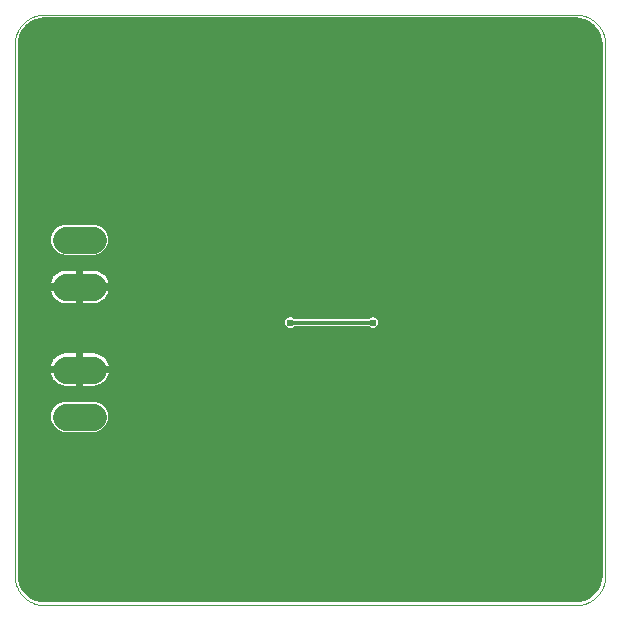
<source format=gbl>
G75*
%MOIN*%
%OFA0B0*%
%FSLAX25Y25*%
%IPPOS*%
%LPD*%
%AMOC8*
5,1,8,0,0,1.08239X$1,22.5*
%
%ADD10C,0.00000*%
%ADD11C,0.08858*%
%ADD12C,0.01200*%
%ADD13C,0.02400*%
D10*
X0015380Y0032555D02*
X0192545Y0032555D01*
X0192783Y0032558D01*
X0193021Y0032566D01*
X0193258Y0032581D01*
X0193495Y0032601D01*
X0193731Y0032627D01*
X0193967Y0032658D01*
X0194202Y0032695D01*
X0194436Y0032738D01*
X0194669Y0032787D01*
X0194901Y0032841D01*
X0195131Y0032901D01*
X0195360Y0032966D01*
X0195587Y0033037D01*
X0195812Y0033113D01*
X0196035Y0033195D01*
X0196257Y0033282D01*
X0196476Y0033374D01*
X0196693Y0033472D01*
X0196907Y0033574D01*
X0197119Y0033682D01*
X0197329Y0033796D01*
X0197535Y0033914D01*
X0197739Y0034037D01*
X0197939Y0034165D01*
X0198136Y0034297D01*
X0198331Y0034435D01*
X0198521Y0034577D01*
X0198709Y0034724D01*
X0198892Y0034875D01*
X0199072Y0035030D01*
X0199248Y0035190D01*
X0199420Y0035354D01*
X0199589Y0035523D01*
X0199753Y0035695D01*
X0199913Y0035871D01*
X0200068Y0036051D01*
X0200219Y0036234D01*
X0200366Y0036422D01*
X0200508Y0036612D01*
X0200646Y0036807D01*
X0200778Y0037004D01*
X0200906Y0037204D01*
X0201029Y0037408D01*
X0201147Y0037614D01*
X0201261Y0037824D01*
X0201369Y0038036D01*
X0201471Y0038250D01*
X0201569Y0038467D01*
X0201661Y0038686D01*
X0201748Y0038908D01*
X0201830Y0039131D01*
X0201906Y0039356D01*
X0201977Y0039583D01*
X0202042Y0039812D01*
X0202102Y0040042D01*
X0202156Y0040274D01*
X0202205Y0040507D01*
X0202248Y0040741D01*
X0202285Y0040976D01*
X0202316Y0041212D01*
X0202342Y0041448D01*
X0202362Y0041685D01*
X0202377Y0041922D01*
X0202385Y0042160D01*
X0202388Y0042398D01*
X0202387Y0042398D02*
X0202387Y0219563D01*
X0202388Y0219563D02*
X0202385Y0219801D01*
X0202377Y0220039D01*
X0202362Y0220276D01*
X0202342Y0220513D01*
X0202316Y0220749D01*
X0202285Y0220985D01*
X0202248Y0221220D01*
X0202205Y0221454D01*
X0202156Y0221687D01*
X0202102Y0221919D01*
X0202042Y0222149D01*
X0201977Y0222378D01*
X0201906Y0222605D01*
X0201830Y0222830D01*
X0201748Y0223053D01*
X0201661Y0223275D01*
X0201569Y0223494D01*
X0201471Y0223711D01*
X0201369Y0223925D01*
X0201261Y0224137D01*
X0201147Y0224347D01*
X0201029Y0224553D01*
X0200906Y0224757D01*
X0200778Y0224957D01*
X0200646Y0225154D01*
X0200508Y0225349D01*
X0200366Y0225539D01*
X0200219Y0225727D01*
X0200068Y0225910D01*
X0199913Y0226090D01*
X0199753Y0226266D01*
X0199589Y0226438D01*
X0199420Y0226607D01*
X0199248Y0226771D01*
X0199072Y0226931D01*
X0198892Y0227086D01*
X0198709Y0227237D01*
X0198521Y0227384D01*
X0198331Y0227526D01*
X0198136Y0227664D01*
X0197939Y0227796D01*
X0197739Y0227924D01*
X0197535Y0228047D01*
X0197329Y0228165D01*
X0197119Y0228279D01*
X0196907Y0228387D01*
X0196693Y0228489D01*
X0196476Y0228587D01*
X0196257Y0228679D01*
X0196035Y0228766D01*
X0195812Y0228848D01*
X0195587Y0228924D01*
X0195360Y0228995D01*
X0195131Y0229060D01*
X0194901Y0229120D01*
X0194669Y0229174D01*
X0194436Y0229223D01*
X0194202Y0229266D01*
X0193967Y0229303D01*
X0193731Y0229334D01*
X0193495Y0229360D01*
X0193258Y0229380D01*
X0193021Y0229395D01*
X0192783Y0229403D01*
X0192545Y0229406D01*
X0015380Y0229406D01*
X0015142Y0229403D01*
X0014904Y0229395D01*
X0014667Y0229380D01*
X0014430Y0229360D01*
X0014194Y0229334D01*
X0013958Y0229303D01*
X0013723Y0229266D01*
X0013489Y0229223D01*
X0013256Y0229174D01*
X0013024Y0229120D01*
X0012794Y0229060D01*
X0012565Y0228995D01*
X0012338Y0228924D01*
X0012113Y0228848D01*
X0011890Y0228766D01*
X0011668Y0228679D01*
X0011449Y0228587D01*
X0011232Y0228489D01*
X0011018Y0228387D01*
X0010806Y0228279D01*
X0010596Y0228165D01*
X0010390Y0228047D01*
X0010186Y0227924D01*
X0009986Y0227796D01*
X0009789Y0227664D01*
X0009594Y0227526D01*
X0009404Y0227384D01*
X0009216Y0227237D01*
X0009033Y0227086D01*
X0008853Y0226931D01*
X0008677Y0226771D01*
X0008505Y0226607D01*
X0008336Y0226438D01*
X0008172Y0226266D01*
X0008012Y0226090D01*
X0007857Y0225910D01*
X0007706Y0225727D01*
X0007559Y0225539D01*
X0007417Y0225349D01*
X0007279Y0225154D01*
X0007147Y0224957D01*
X0007019Y0224757D01*
X0006896Y0224553D01*
X0006778Y0224347D01*
X0006664Y0224137D01*
X0006556Y0223925D01*
X0006454Y0223711D01*
X0006356Y0223494D01*
X0006264Y0223275D01*
X0006177Y0223053D01*
X0006095Y0222830D01*
X0006019Y0222605D01*
X0005948Y0222378D01*
X0005883Y0222149D01*
X0005823Y0221919D01*
X0005769Y0221687D01*
X0005720Y0221454D01*
X0005677Y0221220D01*
X0005640Y0220985D01*
X0005609Y0220749D01*
X0005583Y0220513D01*
X0005563Y0220276D01*
X0005548Y0220039D01*
X0005540Y0219801D01*
X0005537Y0219563D01*
X0005537Y0042398D01*
X0005540Y0042160D01*
X0005548Y0041922D01*
X0005563Y0041685D01*
X0005583Y0041448D01*
X0005609Y0041212D01*
X0005640Y0040976D01*
X0005677Y0040741D01*
X0005720Y0040507D01*
X0005769Y0040274D01*
X0005823Y0040042D01*
X0005883Y0039812D01*
X0005948Y0039583D01*
X0006019Y0039356D01*
X0006095Y0039131D01*
X0006177Y0038908D01*
X0006264Y0038686D01*
X0006356Y0038467D01*
X0006454Y0038250D01*
X0006556Y0038036D01*
X0006664Y0037824D01*
X0006778Y0037614D01*
X0006896Y0037408D01*
X0007019Y0037204D01*
X0007147Y0037004D01*
X0007279Y0036807D01*
X0007417Y0036612D01*
X0007559Y0036422D01*
X0007706Y0036234D01*
X0007857Y0036051D01*
X0008012Y0035871D01*
X0008172Y0035695D01*
X0008336Y0035523D01*
X0008505Y0035354D01*
X0008677Y0035190D01*
X0008853Y0035030D01*
X0009033Y0034875D01*
X0009216Y0034724D01*
X0009404Y0034577D01*
X0009594Y0034435D01*
X0009789Y0034297D01*
X0009986Y0034165D01*
X0010186Y0034037D01*
X0010390Y0033914D01*
X0010596Y0033796D01*
X0010806Y0033682D01*
X0011018Y0033574D01*
X0011232Y0033472D01*
X0011449Y0033374D01*
X0011668Y0033282D01*
X0011890Y0033195D01*
X0012113Y0033113D01*
X0012338Y0033037D01*
X0012565Y0032966D01*
X0012794Y0032901D01*
X0013024Y0032841D01*
X0013256Y0032787D01*
X0013489Y0032738D01*
X0013723Y0032695D01*
X0013958Y0032658D01*
X0014194Y0032627D01*
X0014430Y0032601D01*
X0014667Y0032581D01*
X0014904Y0032566D01*
X0015142Y0032558D01*
X0015380Y0032555D01*
D11*
X0022708Y0095366D02*
X0031566Y0095366D01*
X0031566Y0111114D02*
X0022708Y0111114D01*
X0022708Y0138640D02*
X0031566Y0138640D01*
X0031566Y0154388D02*
X0022708Y0154388D01*
D12*
X0020574Y0159597D02*
X0007137Y0159597D01*
X0007137Y0158399D02*
X0018758Y0158399D01*
X0019519Y0159160D02*
X0017936Y0157577D01*
X0017079Y0155508D01*
X0017079Y0153268D01*
X0017936Y0151200D01*
X0019519Y0149616D01*
X0021588Y0148759D01*
X0032686Y0148759D01*
X0034755Y0149616D01*
X0036338Y0151200D01*
X0037195Y0153268D01*
X0037195Y0155508D01*
X0036338Y0157577D01*
X0034755Y0159160D01*
X0032686Y0160017D01*
X0021588Y0160017D01*
X0019519Y0159160D01*
X0017780Y0157200D02*
X0007137Y0157200D01*
X0007137Y0156002D02*
X0017283Y0156002D01*
X0017079Y0154803D02*
X0007137Y0154803D01*
X0007137Y0153605D02*
X0017079Y0153605D01*
X0017436Y0152406D02*
X0007137Y0152406D01*
X0007137Y0151208D02*
X0017932Y0151208D01*
X0019126Y0150009D02*
X0007137Y0150009D01*
X0007137Y0148811D02*
X0021463Y0148811D01*
X0022233Y0144669D02*
X0021296Y0144521D01*
X0020393Y0144228D01*
X0019548Y0143797D01*
X0018780Y0143239D01*
X0018109Y0142568D01*
X0017551Y0141800D01*
X0017120Y0140955D01*
X0016827Y0140052D01*
X0016699Y0139240D01*
X0026537Y0139240D01*
X0026537Y0138040D01*
X0027737Y0138040D01*
X0027737Y0132611D01*
X0032041Y0132611D01*
X0032978Y0132759D01*
X0033881Y0133053D01*
X0034726Y0133484D01*
X0035494Y0134041D01*
X0036165Y0134712D01*
X0036723Y0135480D01*
X0037154Y0136326D01*
X0037447Y0137228D01*
X0037575Y0138040D01*
X0027737Y0138040D01*
X0027737Y0139240D01*
X0037575Y0139240D01*
X0037447Y0140052D01*
X0037154Y0140955D01*
X0036723Y0141800D01*
X0036165Y0142568D01*
X0035494Y0143239D01*
X0034726Y0143797D01*
X0033881Y0144228D01*
X0032978Y0144521D01*
X0032041Y0144669D01*
X0027737Y0144669D01*
X0027737Y0139240D01*
X0026537Y0139240D01*
X0026537Y0144669D01*
X0022233Y0144669D01*
X0019980Y0144017D02*
X0007137Y0144017D01*
X0007137Y0145215D02*
X0200787Y0145215D01*
X0200787Y0144017D02*
X0034294Y0144017D01*
X0035915Y0142818D02*
X0200787Y0142818D01*
X0200787Y0141620D02*
X0036815Y0141620D01*
X0037327Y0140421D02*
X0200787Y0140421D01*
X0200787Y0139223D02*
X0027737Y0139223D01*
X0027737Y0140421D02*
X0026537Y0140421D01*
X0026537Y0139223D02*
X0007137Y0139223D01*
X0007137Y0140421D02*
X0016947Y0140421D01*
X0017459Y0141620D02*
X0007137Y0141620D01*
X0007137Y0142818D02*
X0018359Y0142818D01*
X0016699Y0138040D02*
X0016827Y0137228D01*
X0017120Y0136326D01*
X0017551Y0135480D01*
X0018109Y0134712D01*
X0018780Y0134041D01*
X0019548Y0133484D01*
X0020393Y0133053D01*
X0021296Y0132759D01*
X0022233Y0132611D01*
X0026537Y0132611D01*
X0026537Y0138040D01*
X0016699Y0138040D01*
X0016701Y0138024D02*
X0007137Y0138024D01*
X0007137Y0136826D02*
X0016958Y0136826D01*
X0017476Y0135627D02*
X0007137Y0135627D01*
X0007137Y0134429D02*
X0018393Y0134429D01*
X0020045Y0133230D02*
X0007137Y0133230D01*
X0007137Y0132032D02*
X0200787Y0132032D01*
X0200787Y0133230D02*
X0034229Y0133230D01*
X0035881Y0134429D02*
X0200787Y0134429D01*
X0200787Y0135627D02*
X0036798Y0135627D01*
X0037316Y0136826D02*
X0200787Y0136826D01*
X0200787Y0138024D02*
X0037573Y0138024D01*
X0027737Y0138024D02*
X0026537Y0138024D01*
X0026537Y0136826D02*
X0027737Y0136826D01*
X0027737Y0135627D02*
X0026537Y0135627D01*
X0026537Y0134429D02*
X0027737Y0134429D01*
X0027737Y0133230D02*
X0026537Y0133230D01*
X0026537Y0141620D02*
X0027737Y0141620D01*
X0027737Y0142818D02*
X0026537Y0142818D01*
X0026537Y0144017D02*
X0027737Y0144017D01*
X0032811Y0148811D02*
X0200787Y0148811D01*
X0200787Y0150009D02*
X0035148Y0150009D01*
X0036342Y0151208D02*
X0200787Y0151208D01*
X0200787Y0152406D02*
X0036838Y0152406D01*
X0037195Y0153605D02*
X0200787Y0153605D01*
X0200787Y0154803D02*
X0037195Y0154803D01*
X0036991Y0156002D02*
X0200787Y0156002D01*
X0200787Y0157200D02*
X0036494Y0157200D01*
X0035516Y0158399D02*
X0200787Y0158399D01*
X0200787Y0159597D02*
X0033700Y0159597D01*
X0007137Y0160796D02*
X0200787Y0160796D01*
X0200787Y0161994D02*
X0007137Y0161994D01*
X0007137Y0163193D02*
X0200787Y0163193D01*
X0200787Y0164391D02*
X0007137Y0164391D01*
X0007137Y0165590D02*
X0200787Y0165590D01*
X0200787Y0166788D02*
X0007137Y0166788D01*
X0007137Y0167987D02*
X0200787Y0167987D01*
X0200787Y0169185D02*
X0007137Y0169185D01*
X0007137Y0170384D02*
X0200787Y0170384D01*
X0200787Y0171582D02*
X0007137Y0171582D01*
X0007137Y0172781D02*
X0200787Y0172781D01*
X0200787Y0173979D02*
X0007137Y0173979D01*
X0007137Y0175178D02*
X0200787Y0175178D01*
X0200787Y0176376D02*
X0007137Y0176376D01*
X0007137Y0177575D02*
X0200787Y0177575D01*
X0200787Y0178773D02*
X0007137Y0178773D01*
X0007137Y0179972D02*
X0200787Y0179972D01*
X0200787Y0181171D02*
X0007137Y0181171D01*
X0007137Y0182369D02*
X0200787Y0182369D01*
X0200787Y0183568D02*
X0007137Y0183568D01*
X0007137Y0184766D02*
X0200787Y0184766D01*
X0200787Y0185965D02*
X0007137Y0185965D01*
X0007137Y0187163D02*
X0200787Y0187163D01*
X0200787Y0188362D02*
X0007137Y0188362D01*
X0007137Y0189560D02*
X0200787Y0189560D01*
X0200787Y0190759D02*
X0007137Y0190759D01*
X0007137Y0191957D02*
X0200787Y0191957D01*
X0200787Y0193156D02*
X0007137Y0193156D01*
X0007137Y0194354D02*
X0200787Y0194354D01*
X0200787Y0195553D02*
X0007137Y0195553D01*
X0007137Y0196751D02*
X0200787Y0196751D01*
X0200787Y0197950D02*
X0007137Y0197950D01*
X0007137Y0199148D02*
X0200787Y0199148D01*
X0200787Y0200347D02*
X0007137Y0200347D01*
X0007137Y0201545D02*
X0200787Y0201545D01*
X0200787Y0202744D02*
X0007137Y0202744D01*
X0007137Y0203942D02*
X0200787Y0203942D01*
X0200787Y0205141D02*
X0007137Y0205141D01*
X0007137Y0206339D02*
X0200787Y0206339D01*
X0200787Y0207538D02*
X0007137Y0207538D01*
X0007137Y0208736D02*
X0200787Y0208736D01*
X0200787Y0209935D02*
X0007137Y0209935D01*
X0007137Y0211133D02*
X0200787Y0211133D01*
X0200787Y0212332D02*
X0007137Y0212332D01*
X0007137Y0213530D02*
X0200787Y0213530D01*
X0200787Y0214729D02*
X0007137Y0214729D01*
X0007137Y0215927D02*
X0200787Y0215927D01*
X0200787Y0217126D02*
X0007137Y0217126D01*
X0007137Y0218324D02*
X0200787Y0218324D01*
X0200787Y0219523D02*
X0007137Y0219523D01*
X0007137Y0219563D02*
X0007238Y0220852D01*
X0008035Y0223305D01*
X0009551Y0225391D01*
X0011637Y0226907D01*
X0014090Y0227704D01*
X0015380Y0227806D01*
X0192545Y0227806D01*
X0193834Y0227704D01*
X0196287Y0226907D01*
X0198373Y0225391D01*
X0199889Y0223305D01*
X0200686Y0220852D01*
X0200787Y0219563D01*
X0200787Y0042398D01*
X0200686Y0041108D01*
X0199889Y0038656D01*
X0198373Y0036569D01*
X0196287Y0035053D01*
X0193834Y0034257D01*
X0192545Y0034155D01*
X0015380Y0034155D01*
X0014090Y0034257D01*
X0011637Y0035053D01*
X0009551Y0036569D01*
X0008035Y0038656D01*
X0007238Y0041108D01*
X0007137Y0042398D01*
X0007137Y0219563D01*
X0007228Y0220721D02*
X0200696Y0220721D01*
X0200339Y0221920D02*
X0007585Y0221920D01*
X0007975Y0223118D02*
X0199950Y0223118D01*
X0199154Y0224317D02*
X0008771Y0224317D01*
X0009722Y0225515D02*
X0198202Y0225515D01*
X0196553Y0226714D02*
X0011372Y0226714D01*
X0007137Y0147612D02*
X0200787Y0147612D01*
X0200787Y0146414D02*
X0007137Y0146414D01*
X0007137Y0130833D02*
X0200787Y0130833D01*
X0200787Y0129635D02*
X0007137Y0129635D01*
X0007137Y0128436D02*
X0095624Y0128436D01*
X0095302Y0128115D02*
X0094937Y0127233D01*
X0094937Y0126278D01*
X0095302Y0125396D01*
X0095978Y0124720D01*
X0096860Y0124355D01*
X0097814Y0124355D01*
X0098696Y0124720D01*
X0098931Y0124955D01*
X0123343Y0124955D01*
X0123578Y0124720D01*
X0124460Y0124355D01*
X0125414Y0124355D01*
X0126296Y0124720D01*
X0126972Y0125396D01*
X0127337Y0126278D01*
X0127337Y0127233D01*
X0126972Y0128115D01*
X0126296Y0128790D01*
X0125414Y0129155D01*
X0124460Y0129155D01*
X0123578Y0128790D01*
X0123343Y0128555D01*
X0098931Y0128555D01*
X0098696Y0128790D01*
X0097814Y0129155D01*
X0096860Y0129155D01*
X0095978Y0128790D01*
X0095302Y0128115D01*
X0094939Y0127238D02*
X0007137Y0127238D01*
X0007137Y0126039D02*
X0095036Y0126039D01*
X0095858Y0124840D02*
X0007137Y0124840D01*
X0007137Y0123642D02*
X0200787Y0123642D01*
X0200787Y0124840D02*
X0126416Y0124840D01*
X0127238Y0126039D02*
X0200787Y0126039D01*
X0200787Y0127238D02*
X0127335Y0127238D01*
X0126650Y0128436D02*
X0200787Y0128436D01*
X0200787Y0122443D02*
X0007137Y0122443D01*
X0007137Y0121245D02*
X0200787Y0121245D01*
X0200787Y0120046D02*
X0007137Y0120046D01*
X0007137Y0118848D02*
X0200787Y0118848D01*
X0200787Y0117649D02*
X0007137Y0117649D01*
X0007137Y0116451D02*
X0019902Y0116451D01*
X0019548Y0116271D02*
X0018780Y0115713D01*
X0018109Y0115042D01*
X0017551Y0114274D01*
X0017120Y0113429D01*
X0016827Y0112526D01*
X0016699Y0111714D01*
X0026537Y0111714D01*
X0026537Y0110514D01*
X0027737Y0110514D01*
X0027737Y0105085D01*
X0032041Y0105085D01*
X0032978Y0105234D01*
X0033881Y0105527D01*
X0034726Y0105958D01*
X0035494Y0106515D01*
X0036165Y0107186D01*
X0036723Y0107954D01*
X0037154Y0108800D01*
X0037447Y0109702D01*
X0037575Y0110514D01*
X0027737Y0110514D01*
X0027737Y0111714D01*
X0037575Y0111714D01*
X0037447Y0112526D01*
X0037154Y0113429D01*
X0036723Y0114274D01*
X0036165Y0115042D01*
X0035494Y0115713D01*
X0034726Y0116271D01*
X0033881Y0116702D01*
X0032978Y0116995D01*
X0032041Y0117143D01*
X0027737Y0117143D01*
X0027737Y0111714D01*
X0026537Y0111714D01*
X0026537Y0117143D01*
X0022233Y0117143D01*
X0021296Y0116995D01*
X0020393Y0116702D01*
X0019548Y0116271D01*
X0018320Y0115252D02*
X0007137Y0115252D01*
X0007137Y0114054D02*
X0017439Y0114054D01*
X0016934Y0112855D02*
X0007137Y0112855D01*
X0007137Y0111657D02*
X0026537Y0111657D01*
X0026537Y0110514D02*
X0016699Y0110514D01*
X0016827Y0109702D01*
X0017120Y0108800D01*
X0017551Y0107954D01*
X0018109Y0107186D01*
X0018780Y0106515D01*
X0019548Y0105958D01*
X0020393Y0105527D01*
X0021296Y0105234D01*
X0022233Y0105085D01*
X0026537Y0105085D01*
X0026537Y0110514D01*
X0026537Y0110458D02*
X0027737Y0110458D01*
X0027737Y0109260D02*
X0026537Y0109260D01*
X0026537Y0108061D02*
X0027737Y0108061D01*
X0027737Y0106863D02*
X0026537Y0106863D01*
X0026537Y0105664D02*
X0027737Y0105664D01*
X0032686Y0100995D02*
X0021588Y0100995D01*
X0019519Y0100138D01*
X0017936Y0098555D01*
X0017079Y0096486D01*
X0017079Y0094246D01*
X0017936Y0092177D01*
X0019519Y0090594D01*
X0021588Y0089737D01*
X0032686Y0089737D01*
X0034755Y0090594D01*
X0036338Y0092177D01*
X0037195Y0094246D01*
X0037195Y0096486D01*
X0036338Y0098555D01*
X0034755Y0100138D01*
X0032686Y0100995D01*
X0032988Y0100870D02*
X0200787Y0100870D01*
X0200787Y0099672D02*
X0035221Y0099672D01*
X0036372Y0098473D02*
X0200787Y0098473D01*
X0200787Y0097275D02*
X0036869Y0097275D01*
X0037195Y0096076D02*
X0200787Y0096076D01*
X0200787Y0094878D02*
X0037195Y0094878D01*
X0036960Y0093679D02*
X0200787Y0093679D01*
X0200787Y0092481D02*
X0036464Y0092481D01*
X0035443Y0091282D02*
X0200787Y0091282D01*
X0200787Y0090084D02*
X0033523Y0090084D01*
X0021286Y0100870D02*
X0007137Y0100870D01*
X0007137Y0099672D02*
X0019053Y0099672D01*
X0017902Y0098473D02*
X0007137Y0098473D01*
X0007137Y0097275D02*
X0017406Y0097275D01*
X0017079Y0096076D02*
X0007137Y0096076D01*
X0007137Y0094878D02*
X0017079Y0094878D01*
X0017314Y0093679D02*
X0007137Y0093679D01*
X0007137Y0092481D02*
X0017810Y0092481D01*
X0018831Y0091282D02*
X0007137Y0091282D01*
X0007137Y0090084D02*
X0020751Y0090084D01*
X0007137Y0088885D02*
X0200787Y0088885D01*
X0200787Y0087687D02*
X0007137Y0087687D01*
X0007137Y0086488D02*
X0200787Y0086488D01*
X0200787Y0085290D02*
X0007137Y0085290D01*
X0007137Y0084091D02*
X0200787Y0084091D01*
X0200787Y0082893D02*
X0007137Y0082893D01*
X0007137Y0081694D02*
X0200787Y0081694D01*
X0200787Y0080496D02*
X0007137Y0080496D01*
X0007137Y0079297D02*
X0200787Y0079297D01*
X0200787Y0078099D02*
X0007137Y0078099D01*
X0007137Y0076900D02*
X0200787Y0076900D01*
X0200787Y0075702D02*
X0007137Y0075702D01*
X0007137Y0074503D02*
X0200787Y0074503D01*
X0200787Y0073305D02*
X0007137Y0073305D01*
X0007137Y0072106D02*
X0200787Y0072106D01*
X0200787Y0070907D02*
X0007137Y0070907D01*
X0007137Y0069709D02*
X0200787Y0069709D01*
X0200787Y0068510D02*
X0007137Y0068510D01*
X0007137Y0067312D02*
X0200787Y0067312D01*
X0200787Y0066113D02*
X0007137Y0066113D01*
X0007137Y0064915D02*
X0200787Y0064915D01*
X0200787Y0063716D02*
X0007137Y0063716D01*
X0007137Y0062518D02*
X0200787Y0062518D01*
X0200787Y0061319D02*
X0007137Y0061319D01*
X0007137Y0060121D02*
X0200787Y0060121D01*
X0200787Y0058922D02*
X0007137Y0058922D01*
X0007137Y0057724D02*
X0200787Y0057724D01*
X0200787Y0056525D02*
X0007137Y0056525D01*
X0007137Y0055327D02*
X0200787Y0055327D01*
X0200787Y0054128D02*
X0007137Y0054128D01*
X0007137Y0052930D02*
X0200787Y0052930D01*
X0200787Y0051731D02*
X0007137Y0051731D01*
X0007137Y0050533D02*
X0200787Y0050533D01*
X0200787Y0049334D02*
X0007137Y0049334D01*
X0007137Y0048136D02*
X0200787Y0048136D01*
X0200787Y0046937D02*
X0007137Y0046937D01*
X0007137Y0045739D02*
X0200787Y0045739D01*
X0200787Y0044540D02*
X0007137Y0044540D01*
X0007137Y0043342D02*
X0200787Y0043342D01*
X0200767Y0042143D02*
X0007157Y0042143D01*
X0007292Y0040945D02*
X0200633Y0040945D01*
X0200243Y0039746D02*
X0007681Y0039746D01*
X0008114Y0038548D02*
X0199811Y0038548D01*
X0198940Y0037349D02*
X0008985Y0037349D01*
X0010127Y0036151D02*
X0197797Y0036151D01*
X0195975Y0034952D02*
X0011949Y0034952D01*
X0007137Y0102069D02*
X0200787Y0102069D01*
X0200787Y0103267D02*
X0007137Y0103267D01*
X0007137Y0104466D02*
X0200787Y0104466D01*
X0200787Y0105664D02*
X0034150Y0105664D01*
X0035841Y0106863D02*
X0200787Y0106863D01*
X0200787Y0108061D02*
X0036777Y0108061D01*
X0037303Y0109260D02*
X0200787Y0109260D01*
X0200787Y0110458D02*
X0037567Y0110458D01*
X0037340Y0112855D02*
X0200787Y0112855D01*
X0200787Y0111657D02*
X0027737Y0111657D01*
X0027737Y0112855D02*
X0026537Y0112855D01*
X0026537Y0114054D02*
X0027737Y0114054D01*
X0027737Y0115252D02*
X0026537Y0115252D01*
X0026537Y0116451D02*
X0027737Y0116451D01*
X0034372Y0116451D02*
X0200787Y0116451D01*
X0200787Y0115252D02*
X0035954Y0115252D01*
X0036835Y0114054D02*
X0200787Y0114054D01*
X0124937Y0126755D02*
X0097337Y0126755D01*
X0098816Y0124840D02*
X0123458Y0124840D01*
X0020124Y0105664D02*
X0007137Y0105664D01*
X0007137Y0106863D02*
X0018433Y0106863D01*
X0017497Y0108061D02*
X0007137Y0108061D01*
X0007137Y0109260D02*
X0016971Y0109260D01*
X0016707Y0110458D02*
X0007137Y0110458D01*
D13*
X0019937Y0125555D03*
X0024137Y0125555D03*
X0074537Y0126755D03*
X0074537Y0130355D03*
X0074537Y0133955D03*
X0074537Y0137555D03*
X0097337Y0126755D03*
X0105737Y0120155D03*
X0105737Y0115955D03*
X0105737Y0111755D03*
X0109937Y0111755D03*
X0109937Y0115955D03*
X0109937Y0120155D03*
X0110537Y0134555D03*
X0106937Y0134555D03*
X0106937Y0138155D03*
X0110537Y0138155D03*
X0110537Y0141755D03*
X0106937Y0141755D03*
X0124937Y0126755D03*
X0106337Y0097955D03*
X0106337Y0094355D03*
X0102137Y0094355D03*
X0102137Y0097955D03*
X0097937Y0097955D03*
X0097937Y0094355D03*
M02*

</source>
